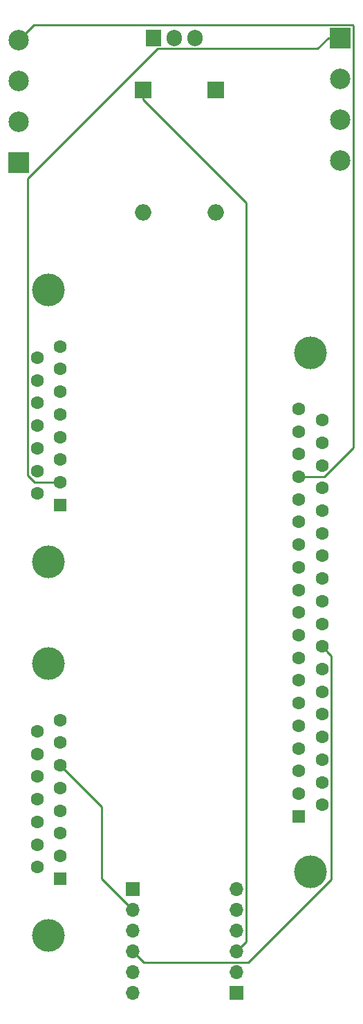
<source format=gbl>
G04 #@! TF.GenerationSoftware,KiCad,Pcbnew,(6.0.0-rc1-dev-392-gd9d005190)*
G04 #@! TF.CreationDate,2018-09-18T13:24:25-04:00*
G04 #@! TF.ProjectId,labjack_breakout,6C61626A61636B5F627265616B6F7574,rev?*
G04 #@! TF.SameCoordinates,Original*
G04 #@! TF.FileFunction,Copper,L2,Bot,Signal*
G04 #@! TF.FilePolarity,Positive*
%FSLAX46Y46*%
G04 Gerber Fmt 4.6, Leading zero omitted, Abs format (unit mm)*
G04 Created by KiCad (PCBNEW (6.0.0-rc1-dev-392-gd9d005190)) date 09/18/18 13:24:25*
%MOMM*%
%LPD*%
G01*
G04 APERTURE LIST*
G04 #@! TA.AperFunction,ComponentPad*
%ADD10R,2.000000X2.000000*%
G04 #@! TD*
G04 #@! TA.AperFunction,ComponentPad*
%ADD11O,2.000000X2.000000*%
G04 #@! TD*
G04 #@! TA.AperFunction,ComponentPad*
%ADD12R,2.500000X2.500000*%
G04 #@! TD*
G04 #@! TA.AperFunction,ComponentPad*
%ADD13C,2.500000*%
G04 #@! TD*
G04 #@! TA.AperFunction,ComponentPad*
%ADD14R,1.700000X1.700000*%
G04 #@! TD*
G04 #@! TA.AperFunction,ComponentPad*
%ADD15O,1.700000X1.700000*%
G04 #@! TD*
G04 #@! TA.AperFunction,ComponentPad*
%ADD16R,1.905000X2.000000*%
G04 #@! TD*
G04 #@! TA.AperFunction,ComponentPad*
%ADD17O,1.905000X2.000000*%
G04 #@! TD*
G04 #@! TA.AperFunction,ComponentPad*
%ADD18R,1.600000X1.600000*%
G04 #@! TD*
G04 #@! TA.AperFunction,ComponentPad*
%ADD19C,1.600000*%
G04 #@! TD*
G04 #@! TA.AperFunction,ComponentPad*
%ADD20C,4.000000*%
G04 #@! TD*
G04 #@! TA.AperFunction,Conductor*
%ADD21C,0.250000*%
G04 #@! TD*
G04 APERTURE END LIST*
D10*
G04 #@! TO.P,C1,1*
G04 #@! TO.N,VS*
X116840000Y-48260000D03*
D11*
G04 #@! TO.P,C1,2*
G04 #@! TO.N,GND*
X116840000Y-63260000D03*
G04 #@! TD*
G04 #@! TO.P,C2,2*
G04 #@! TO.N,GND*
X107950000Y-63260000D03*
D10*
G04 #@! TO.P,C2,1*
G04 #@! TO.N,3.3V*
X107950000Y-48260000D03*
G04 #@! TD*
D12*
G04 #@! TO.P,J2,1*
G04 #@! TO.N,/PROGRAM1_DACA*
X132080000Y-41910000D03*
D13*
G04 #@! TO.P,J2,2*
G04 #@! TO.N,/PROGRAM2_DACB*
X132080000Y-46910000D03*
G04 #@! TO.P,J2,3*
G04 #@! TO.N,GND*
X132080000Y-51910000D03*
G04 #@! TO.P,J2,4*
G04 #@! TO.N,VS*
X132080000Y-56910000D03*
G04 #@! TD*
G04 #@! TO.P,J5,4*
G04 #@! TO.N,/VDIV2_AIN5*
X92710000Y-42150000D03*
G04 #@! TO.P,J5,3*
G04 #@! TO.N,GND*
X92710000Y-47150000D03*
G04 #@! TO.P,J5,2*
G04 #@! TO.N,/VDIV1_AIN4*
X92710000Y-52150000D03*
D12*
G04 #@! TO.P,J5,1*
G04 #@! TO.N,GND*
X92710000Y-57150000D03*
G04 #@! TD*
D14*
G04 #@! TO.P,J6,1*
G04 #@! TO.N,/LV1_FIO2*
X119380000Y-158750000D03*
D15*
G04 #@! TO.P,J6,2*
G04 #@! TO.N,/LV2_FIO3*
X119380000Y-156210000D03*
G04 #@! TO.P,J6,3*
G04 #@! TO.N,3.3V*
X119380000Y-153670000D03*
G04 #@! TO.P,J6,4*
G04 #@! TO.N,GND*
X119380000Y-151130000D03*
G04 #@! TO.P,J6,5*
G04 #@! TO.N,/LV3_FIO4*
X119380000Y-148590000D03*
G04 #@! TO.P,J6,6*
G04 #@! TO.N,/LV4_FIO5*
X119380000Y-146050000D03*
G04 #@! TD*
G04 #@! TO.P,J7,6*
G04 #@! TO.N,/HV1_POLARITY1*
X106680000Y-158750000D03*
G04 #@! TO.P,J7,5*
G04 #@! TO.N,/HV2_HVENABLE1*
X106680000Y-156210000D03*
G04 #@! TO.P,J7,4*
G04 #@! TO.N,VS*
X106680000Y-153670000D03*
G04 #@! TO.P,J7,3*
G04 #@! TO.N,GND*
X106680000Y-151130000D03*
G04 #@! TO.P,J7,2*
G04 #@! TO.N,/HV3_POLARITY2*
X106680000Y-148590000D03*
D14*
G04 #@! TO.P,J7,1*
G04 #@! TO.N,/HV4_HVENABLE2*
X106680000Y-146050000D03*
G04 #@! TD*
D16*
G04 #@! TO.P,U1,1*
G04 #@! TO.N,GND*
X109220000Y-41910000D03*
D17*
G04 #@! TO.P,U1,2*
G04 #@! TO.N,3.3V*
X111760000Y-41910000D03*
G04 #@! TO.P,U1,3*
G04 #@! TO.N,VS*
X114300000Y-41910000D03*
G04 #@! TD*
D18*
G04 #@! TO.P,J1,1*
G04 #@! TO.N,GND*
X127000000Y-137160000D03*
D19*
G04 #@! TO.P,J1,2*
G04 #@! TO.N,Net-(J1-Pad2)*
X127000000Y-134390000D03*
G04 #@! TO.P,J1,3*
G04 #@! TO.N,Net-(J1-Pad3)*
X127000000Y-131620000D03*
G04 #@! TO.P,J1,4*
G04 #@! TO.N,/LV3_FIO4*
X127000000Y-128850000D03*
G04 #@! TO.P,J1,5*
G04 #@! TO.N,/LV1_FIO2*
X127000000Y-126080000D03*
G04 #@! TO.P,J1,6*
G04 #@! TO.N,Net-(J1-Pad6)*
X127000000Y-123310000D03*
G04 #@! TO.P,J1,7*
G04 #@! TO.N,Net-(J1-Pad7)*
X127000000Y-120540000D03*
G04 #@! TO.P,J1,8*
G04 #@! TO.N,GND*
X127000000Y-117770000D03*
G04 #@! TO.P,J1,9*
G04 #@! TO.N,Net-(J1-Pad9)*
X127000000Y-115000000D03*
G04 #@! TO.P,J1,10*
G04 #@! TO.N,GND*
X127000000Y-112230000D03*
G04 #@! TO.P,J1,11*
G04 #@! TO.N,Net-(J1-Pad11)*
X127000000Y-109460000D03*
G04 #@! TO.P,J1,12*
G04 #@! TO.N,Net-(J1-Pad12)*
X127000000Y-106690000D03*
G04 #@! TO.P,J1,13*
G04 #@! TO.N,Net-(J1-Pad13)*
X127000000Y-103920000D03*
G04 #@! TO.P,J1,14*
G04 #@! TO.N,Net-(J1-Pad14)*
X127000000Y-101150000D03*
G04 #@! TO.P,J1,15*
G04 #@! TO.N,Net-(J1-Pad15)*
X127000000Y-98380000D03*
G04 #@! TO.P,J1,16*
G04 #@! TO.N,/VDIV2_AIN5*
X127000000Y-95610000D03*
G04 #@! TO.P,J1,17*
G04 #@! TO.N,/CURRENT2_AIN3*
X127000000Y-92840000D03*
G04 #@! TO.P,J1,18*
G04 #@! TO.N,/VOLTAGE2_AIN1*
X127000000Y-90070000D03*
G04 #@! TO.P,J1,19*
G04 #@! TO.N,GND*
X127000000Y-87300000D03*
G04 #@! TO.P,J1,20*
G04 #@! TO.N,Net-(J1-Pad20)*
X129840000Y-135775000D03*
G04 #@! TO.P,J1,21*
G04 #@! TO.N,Net-(J1-Pad21)*
X129840000Y-133005000D03*
G04 #@! TO.P,J1,22*
G04 #@! TO.N,/LV4_FIO5*
X129840000Y-130235000D03*
G04 #@! TO.P,J1,23*
G04 #@! TO.N,/LV2_FIO3*
X129840000Y-127465000D03*
G04 #@! TO.P,J1,24*
G04 #@! TO.N,Net-(J1-Pad24)*
X129840000Y-124695000D03*
G04 #@! TO.P,J1,25*
G04 #@! TO.N,Net-(J1-Pad25)*
X129840000Y-121925000D03*
G04 #@! TO.P,J1,26*
G04 #@! TO.N,Net-(J1-Pad26)*
X129840000Y-119155000D03*
G04 #@! TO.P,J1,27*
G04 #@! TO.N,VS*
X129840000Y-116385000D03*
G04 #@! TO.P,J1,28*
G04 #@! TO.N,Net-(J1-Pad28)*
X129840000Y-113615000D03*
G04 #@! TO.P,J1,29*
G04 #@! TO.N,Net-(J1-Pad29)*
X129840000Y-110845000D03*
G04 #@! TO.P,J1,30*
G04 #@! TO.N,GND*
X129840000Y-108075000D03*
G04 #@! TO.P,J1,31*
G04 #@! TO.N,Net-(J1-Pad31)*
X129840000Y-105305000D03*
G04 #@! TO.P,J1,32*
G04 #@! TO.N,Net-(J1-Pad32)*
X129840000Y-102535000D03*
G04 #@! TO.P,J1,33*
G04 #@! TO.N,Net-(J1-Pad33)*
X129840000Y-99765000D03*
G04 #@! TO.P,J1,34*
G04 #@! TO.N,Net-(J1-Pad34)*
X129840000Y-96995000D03*
G04 #@! TO.P,J1,35*
G04 #@! TO.N,/VDIV1_AIN4*
X129840000Y-94225000D03*
G04 #@! TO.P,J1,36*
G04 #@! TO.N,/CURRENT1_AIN2*
X129840000Y-91455000D03*
G04 #@! TO.P,J1,37*
G04 #@! TO.N,/VOLTAGE1_AIN0*
X129840000Y-88685000D03*
D20*
G04 #@! TO.P,J1,0*
G04 #@! TO.N,N/C*
X128420000Y-143980000D03*
X128420000Y-80480000D03*
G04 #@! TD*
G04 #@! TO.P,J3,0*
G04 #@! TO.N,N/C*
X96370000Y-106015000D03*
X96370000Y-72715000D03*
D19*
G04 #@! TO.P,J3,15*
G04 #@! TO.N,Net-(J3-Pad15)*
X94950000Y-81055000D03*
G04 #@! TO.P,J3,14*
G04 #@! TO.N,Net-(J3-Pad14)*
X94950000Y-83825000D03*
G04 #@! TO.P,J3,13*
G04 #@! TO.N,/CURRENT1_AIN2*
X94950000Y-86595000D03*
G04 #@! TO.P,J3,12*
G04 #@! TO.N,/HV2_HVENABLE1*
X94950000Y-89365000D03*
G04 #@! TO.P,J3,11*
G04 #@! TO.N,Net-(J3-Pad11)*
X94950000Y-92135000D03*
G04 #@! TO.P,J3,10*
G04 #@! TO.N,Net-(J3-Pad10)*
X94950000Y-94905000D03*
G04 #@! TO.P,J3,9*
G04 #@! TO.N,Net-(J3-Pad9)*
X94950000Y-97675000D03*
G04 #@! TO.P,J3,8*
G04 #@! TO.N,Net-(J3-Pad8)*
X97790000Y-79670000D03*
G04 #@! TO.P,J3,7*
G04 #@! TO.N,GND*
X97790000Y-82440000D03*
G04 #@! TO.P,J3,6*
G04 #@! TO.N,/HV1_POLARITY1*
X97790000Y-85210000D03*
G04 #@! TO.P,J3,5*
G04 #@! TO.N,/VOLTAGE1_AIN0*
X97790000Y-87980000D03*
G04 #@! TO.P,J3,4*
G04 #@! TO.N,Net-(J3-Pad4)*
X97790000Y-90750000D03*
G04 #@! TO.P,J3,3*
G04 #@! TO.N,Net-(J3-Pad3)*
X97790000Y-93520000D03*
G04 #@! TO.P,J3,2*
G04 #@! TO.N,/PROGRAM1_DACA*
X97790000Y-96290000D03*
D18*
G04 #@! TO.P,J3,1*
G04 #@! TO.N,Net-(J3-Pad1)*
X97790000Y-99060000D03*
G04 #@! TD*
G04 #@! TO.P,J4,1*
G04 #@! TO.N,Net-(J4-Pad1)*
X97790000Y-144780000D03*
D19*
G04 #@! TO.P,J4,2*
G04 #@! TO.N,/PROGRAM2_DACB*
X97790000Y-142010000D03*
G04 #@! TO.P,J4,3*
G04 #@! TO.N,Net-(J4-Pad3)*
X97790000Y-139240000D03*
G04 #@! TO.P,J4,4*
G04 #@! TO.N,Net-(J4-Pad4)*
X97790000Y-136470000D03*
G04 #@! TO.P,J4,5*
G04 #@! TO.N,/VOLTAGE2_AIN1*
X97790000Y-133700000D03*
G04 #@! TO.P,J4,6*
G04 #@! TO.N,/HV3_POLARITY2*
X97790000Y-130930000D03*
G04 #@! TO.P,J4,7*
G04 #@! TO.N,GND*
X97790000Y-128160000D03*
G04 #@! TO.P,J4,8*
G04 #@! TO.N,Net-(J4-Pad8)*
X97790000Y-125390000D03*
G04 #@! TO.P,J4,9*
G04 #@! TO.N,Net-(J4-Pad9)*
X94950000Y-143395000D03*
G04 #@! TO.P,J4,10*
G04 #@! TO.N,Net-(J4-Pad10)*
X94950000Y-140625000D03*
G04 #@! TO.P,J4,11*
G04 #@! TO.N,Net-(J4-Pad11)*
X94950000Y-137855000D03*
G04 #@! TO.P,J4,12*
G04 #@! TO.N,/HV4_HVENABLE2*
X94950000Y-135085000D03*
G04 #@! TO.P,J4,13*
G04 #@! TO.N,/CURRENT2_AIN3*
X94950000Y-132315000D03*
G04 #@! TO.P,J4,14*
G04 #@! TO.N,Net-(J4-Pad14)*
X94950000Y-129545000D03*
G04 #@! TO.P,J4,15*
G04 #@! TO.N,Net-(J4-Pad15)*
X94950000Y-126775000D03*
D20*
G04 #@! TO.P,J4,0*
G04 #@! TO.N,N/C*
X96370000Y-118435000D03*
X96370000Y-151735000D03*
G04 #@! TD*
D21*
G04 #@! TO.N,VS*
X130639999Y-117184999D02*
X129840000Y-116385000D01*
X130965001Y-117510001D02*
X130639999Y-117184999D01*
X130965001Y-144876001D02*
X130965001Y-117510001D01*
X120806003Y-155034999D02*
X130965001Y-144876001D01*
X108044999Y-155034999D02*
X120806003Y-155034999D01*
X106680000Y-153670000D02*
X108044999Y-155034999D01*
G04 #@! TO.N,3.3V*
X107950000Y-49510000D02*
X107950000Y-48260000D01*
X120555001Y-62115001D02*
X107950000Y-49510000D01*
X120555001Y-152494999D02*
X120555001Y-62115001D01*
X119380000Y-153670000D02*
X120555001Y-152494999D01*
G04 #@! TO.N,/VDIV2_AIN5*
X128131370Y-95610000D02*
X127000000Y-95610000D01*
X130120002Y-95610000D02*
X128131370Y-95610000D01*
X133655001Y-92075001D02*
X130120002Y-95610000D01*
X133655001Y-40399999D02*
X133655001Y-92075001D01*
X133590001Y-40334999D02*
X133655001Y-40399999D01*
X94525001Y-40334999D02*
X133590001Y-40334999D01*
X92710000Y-42150000D02*
X94525001Y-40334999D01*
G04 #@! TO.N,/PROGRAM1_DACA*
X94669998Y-96290000D02*
X96658630Y-96290000D01*
X93824999Y-95445001D02*
X94669998Y-96290000D01*
X96658630Y-96290000D02*
X97790000Y-96290000D01*
X93824999Y-59120003D02*
X93824999Y-95445001D01*
X109709992Y-43235010D02*
X93824999Y-59120003D01*
X129254990Y-43235010D02*
X109709992Y-43235010D01*
X130580000Y-41910000D02*
X129254990Y-43235010D01*
X132080000Y-41910000D02*
X130580000Y-41910000D01*
G04 #@! TO.N,/HV3_POLARITY2*
X105830001Y-147740001D02*
X106680000Y-148590000D01*
X102870000Y-144780000D02*
X105830001Y-147740001D01*
X102870000Y-136010000D02*
X102870000Y-144780000D01*
X97790000Y-130930000D02*
X102870000Y-136010000D01*
G04 #@! TD*
M02*

</source>
